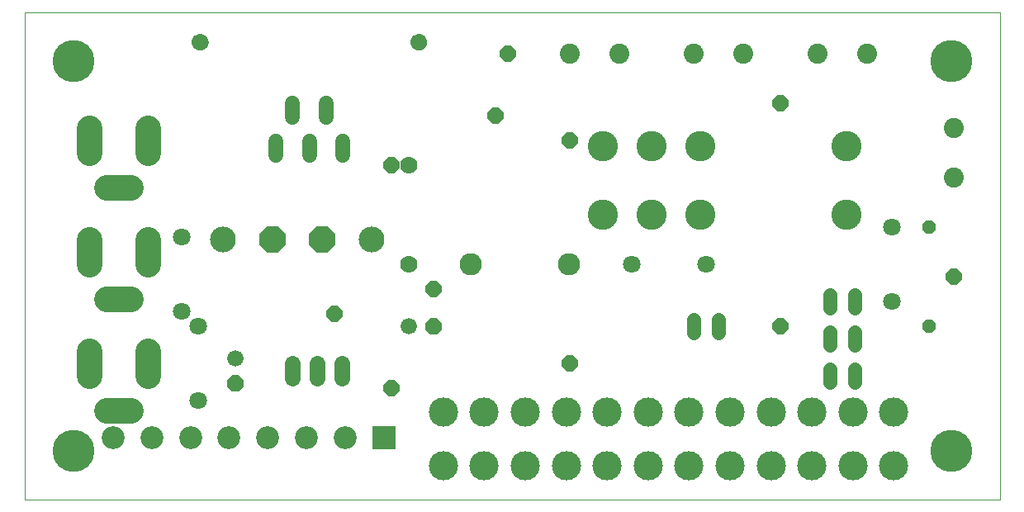
<source format=gbs>
G75*
G70*
%OFA0B0*%
%FSLAX24Y24*%
%IPPOS*%
%LPD*%
%AMOC8*
5,1,8,0,0,1.08239X$1,22.5*
%
%ADD10C,0.0000*%
%ADD11OC8,0.0660*%
%ADD12C,0.0660*%
%ADD13R,0.0926X0.0926*%
%ADD14C,0.0926*%
%ADD15C,0.1182*%
%ADD16OC8,0.0640*%
%ADD17C,0.0560*%
%ADD18C,0.0709*%
%ADD19OC8,0.0560*%
%ADD20C,0.1221*%
%ADD21C,0.0640*%
%ADD22C,0.0594*%
%ADD23C,0.0670*%
%ADD24C,0.0900*%
%ADD25C,0.0808*%
%ADD26C,0.1024*%
%ADD27C,0.1040*%
%ADD28OC8,0.1040*%
%ADD29C,0.0700*%
%ADD30C,0.1700*%
D10*
X000576Y008842D02*
X000576Y028527D01*
X039946Y028527D01*
X039946Y008842D01*
X000576Y008842D01*
X003978Y012255D02*
X004765Y012255D01*
X004791Y012257D01*
X004816Y012262D01*
X004840Y012270D01*
X004863Y012281D01*
X004885Y012296D01*
X004904Y012313D01*
X004921Y012332D01*
X004936Y012353D01*
X004947Y012377D01*
X004955Y012401D01*
X004960Y012426D01*
X004962Y012452D01*
X004960Y012478D01*
X004955Y012503D01*
X004947Y012527D01*
X004936Y012550D01*
X004921Y012572D01*
X004904Y012591D01*
X004885Y012608D01*
X004864Y012623D01*
X004840Y012634D01*
X004816Y012642D01*
X004791Y012647D01*
X004765Y012649D01*
X003978Y012649D01*
X003952Y012647D01*
X003927Y012642D01*
X003903Y012634D01*
X003879Y012623D01*
X003858Y012608D01*
X003839Y012591D01*
X003822Y012572D01*
X003807Y012551D01*
X003796Y012527D01*
X003788Y012503D01*
X003783Y012478D01*
X003781Y012452D01*
X003783Y012426D01*
X003788Y012401D01*
X003796Y012377D01*
X003807Y012354D01*
X003822Y012332D01*
X003839Y012313D01*
X003858Y012296D01*
X003879Y012281D01*
X003903Y012270D01*
X003927Y012262D01*
X003952Y012257D01*
X003978Y012255D01*
X005356Y013850D02*
X005356Y014834D01*
X005553Y015031D02*
X005579Y015029D01*
X005604Y015024D01*
X005628Y015016D01*
X005652Y015005D01*
X005673Y014990D01*
X005692Y014973D01*
X005709Y014954D01*
X005724Y014932D01*
X005735Y014909D01*
X005743Y014885D01*
X005748Y014860D01*
X005750Y014834D01*
X005750Y013850D01*
X005748Y013824D01*
X005743Y013799D01*
X005735Y013775D01*
X005724Y013751D01*
X005709Y013730D01*
X005692Y013711D01*
X005673Y013694D01*
X005651Y013679D01*
X005628Y013668D01*
X005604Y013660D01*
X005579Y013655D01*
X005553Y013653D01*
X005527Y013655D01*
X005502Y013660D01*
X005478Y013668D01*
X005454Y013679D01*
X005433Y013694D01*
X005414Y013711D01*
X005397Y013730D01*
X005382Y013752D01*
X005371Y013775D01*
X005363Y013799D01*
X005358Y013824D01*
X005356Y013850D01*
X005356Y014834D02*
X005358Y014860D01*
X005363Y014885D01*
X005371Y014909D01*
X005382Y014933D01*
X005397Y014954D01*
X005414Y014973D01*
X005433Y014990D01*
X005454Y015005D01*
X005478Y015016D01*
X005502Y015024D01*
X005527Y015029D01*
X005553Y015031D01*
X004765Y016755D02*
X003978Y016755D01*
X003781Y016952D02*
X003783Y016978D01*
X003788Y017003D01*
X003796Y017027D01*
X003807Y017051D01*
X003822Y017072D01*
X003839Y017091D01*
X003858Y017108D01*
X003879Y017123D01*
X003903Y017134D01*
X003927Y017142D01*
X003952Y017147D01*
X003978Y017149D01*
X004765Y017149D01*
X004962Y016952D02*
X004960Y016926D01*
X004955Y016901D01*
X004947Y016877D01*
X004936Y016853D01*
X004921Y016832D01*
X004904Y016813D01*
X004885Y016796D01*
X004863Y016781D01*
X004840Y016770D01*
X004816Y016762D01*
X004791Y016757D01*
X004765Y016755D01*
X004962Y016952D02*
X004960Y016978D01*
X004955Y017003D01*
X004947Y017027D01*
X004936Y017050D01*
X004921Y017072D01*
X004904Y017091D01*
X004885Y017108D01*
X004864Y017123D01*
X004840Y017134D01*
X004816Y017142D01*
X004791Y017147D01*
X004765Y017149D01*
X003978Y016755D02*
X003952Y016757D01*
X003927Y016762D01*
X003903Y016770D01*
X003879Y016781D01*
X003858Y016796D01*
X003839Y016813D01*
X003822Y016832D01*
X003807Y016854D01*
X003796Y016877D01*
X003788Y016901D01*
X003783Y016926D01*
X003781Y016952D01*
X003387Y018448D02*
X003387Y019236D01*
X003388Y019236D02*
X003386Y019262D01*
X003381Y019287D01*
X003373Y019311D01*
X003362Y019334D01*
X003347Y019356D01*
X003330Y019375D01*
X003311Y019392D01*
X003290Y019407D01*
X003266Y019418D01*
X003242Y019426D01*
X003217Y019431D01*
X003191Y019433D01*
X003165Y019431D01*
X003140Y019426D01*
X003116Y019418D01*
X003092Y019407D01*
X003071Y019392D01*
X003052Y019375D01*
X003035Y019356D01*
X003020Y019335D01*
X003009Y019311D01*
X003001Y019287D01*
X002996Y019262D01*
X002994Y019236D01*
X002994Y018448D01*
X003191Y018251D02*
X003217Y018253D01*
X003242Y018258D01*
X003266Y018266D01*
X003289Y018277D01*
X003311Y018292D01*
X003330Y018309D01*
X003347Y018328D01*
X003362Y018349D01*
X003373Y018373D01*
X003381Y018397D01*
X003386Y018422D01*
X003388Y018448D01*
X003191Y018251D02*
X003165Y018253D01*
X003140Y018258D01*
X003116Y018266D01*
X003092Y018277D01*
X003071Y018292D01*
X003052Y018309D01*
X003035Y018328D01*
X003020Y018350D01*
X003009Y018373D01*
X003001Y018397D01*
X002996Y018422D01*
X002994Y018448D01*
X005356Y018350D02*
X005356Y019334D01*
X005553Y019531D02*
X005579Y019529D01*
X005604Y019524D01*
X005628Y019516D01*
X005652Y019505D01*
X005673Y019490D01*
X005692Y019473D01*
X005709Y019454D01*
X005724Y019432D01*
X005735Y019409D01*
X005743Y019385D01*
X005748Y019360D01*
X005750Y019334D01*
X005750Y018350D01*
X005748Y018324D01*
X005743Y018299D01*
X005735Y018275D01*
X005724Y018251D01*
X005709Y018230D01*
X005692Y018211D01*
X005673Y018194D01*
X005651Y018179D01*
X005628Y018168D01*
X005604Y018160D01*
X005579Y018155D01*
X005553Y018153D01*
X005527Y018155D01*
X005502Y018160D01*
X005478Y018168D01*
X005454Y018179D01*
X005433Y018194D01*
X005414Y018211D01*
X005397Y018230D01*
X005382Y018252D01*
X005371Y018275D01*
X005363Y018299D01*
X005358Y018324D01*
X005356Y018350D01*
X005356Y019334D02*
X005358Y019360D01*
X005363Y019385D01*
X005371Y019409D01*
X005382Y019433D01*
X005397Y019454D01*
X005414Y019473D01*
X005433Y019490D01*
X005454Y019505D01*
X005478Y019516D01*
X005502Y019524D01*
X005527Y019529D01*
X005553Y019531D01*
X004765Y021255D02*
X003978Y021255D01*
X003781Y021452D02*
X003783Y021478D01*
X003788Y021503D01*
X003796Y021527D01*
X003807Y021551D01*
X003822Y021572D01*
X003839Y021591D01*
X003858Y021608D01*
X003879Y021623D01*
X003903Y021634D01*
X003927Y021642D01*
X003952Y021647D01*
X003978Y021649D01*
X004765Y021649D01*
X004962Y021452D02*
X004960Y021426D01*
X004955Y021401D01*
X004947Y021377D01*
X004936Y021353D01*
X004921Y021332D01*
X004904Y021313D01*
X004885Y021296D01*
X004863Y021281D01*
X004840Y021270D01*
X004816Y021262D01*
X004791Y021257D01*
X004765Y021255D01*
X004962Y021452D02*
X004960Y021478D01*
X004955Y021503D01*
X004947Y021527D01*
X004936Y021550D01*
X004921Y021572D01*
X004904Y021591D01*
X004885Y021608D01*
X004864Y021623D01*
X004840Y021634D01*
X004816Y021642D01*
X004791Y021647D01*
X004765Y021649D01*
X003978Y021255D02*
X003952Y021257D01*
X003927Y021262D01*
X003903Y021270D01*
X003879Y021281D01*
X003858Y021296D01*
X003839Y021313D01*
X003822Y021332D01*
X003807Y021354D01*
X003796Y021377D01*
X003788Y021401D01*
X003783Y021426D01*
X003781Y021452D01*
X003387Y022948D02*
X003387Y023736D01*
X003388Y023736D02*
X003386Y023762D01*
X003381Y023787D01*
X003373Y023811D01*
X003362Y023834D01*
X003347Y023856D01*
X003330Y023875D01*
X003311Y023892D01*
X003290Y023907D01*
X003266Y023918D01*
X003242Y023926D01*
X003217Y023931D01*
X003191Y023933D01*
X003165Y023931D01*
X003140Y023926D01*
X003116Y023918D01*
X003092Y023907D01*
X003071Y023892D01*
X003052Y023875D01*
X003035Y023856D01*
X003020Y023835D01*
X003009Y023811D01*
X003001Y023787D01*
X002996Y023762D01*
X002994Y023736D01*
X002994Y022948D01*
X003191Y022751D02*
X003217Y022753D01*
X003242Y022758D01*
X003266Y022766D01*
X003289Y022777D01*
X003311Y022792D01*
X003330Y022809D01*
X003347Y022828D01*
X003362Y022849D01*
X003373Y022873D01*
X003381Y022897D01*
X003386Y022922D01*
X003388Y022948D01*
X003191Y022751D02*
X003165Y022753D01*
X003140Y022758D01*
X003116Y022766D01*
X003092Y022777D01*
X003071Y022792D01*
X003052Y022809D01*
X003035Y022828D01*
X003020Y022850D01*
X003009Y022873D01*
X003001Y022897D01*
X002996Y022922D01*
X002994Y022948D01*
X005356Y022850D02*
X005356Y023834D01*
X005553Y024031D02*
X005579Y024029D01*
X005604Y024024D01*
X005628Y024016D01*
X005652Y024005D01*
X005673Y023990D01*
X005692Y023973D01*
X005709Y023954D01*
X005724Y023932D01*
X005735Y023909D01*
X005743Y023885D01*
X005748Y023860D01*
X005750Y023834D01*
X005750Y022850D01*
X005748Y022824D01*
X005743Y022799D01*
X005735Y022775D01*
X005724Y022751D01*
X005709Y022730D01*
X005692Y022711D01*
X005673Y022694D01*
X005651Y022679D01*
X005628Y022668D01*
X005604Y022660D01*
X005579Y022655D01*
X005553Y022653D01*
X005527Y022655D01*
X005502Y022660D01*
X005478Y022668D01*
X005454Y022679D01*
X005433Y022694D01*
X005414Y022711D01*
X005397Y022730D01*
X005382Y022752D01*
X005371Y022775D01*
X005363Y022799D01*
X005358Y022824D01*
X005356Y022850D01*
X005356Y023834D02*
X005358Y023860D01*
X005363Y023885D01*
X005371Y023909D01*
X005382Y023933D01*
X005397Y023954D01*
X005414Y023973D01*
X005433Y023990D01*
X005454Y024005D01*
X005478Y024016D01*
X005502Y024024D01*
X005527Y024029D01*
X005553Y024031D01*
X007352Y027326D02*
X007354Y027361D01*
X007360Y027396D01*
X007370Y027430D01*
X007383Y027463D01*
X007400Y027494D01*
X007421Y027522D01*
X007444Y027549D01*
X007471Y027572D01*
X007499Y027593D01*
X007530Y027610D01*
X007563Y027623D01*
X007597Y027633D01*
X007632Y027639D01*
X007667Y027641D01*
X007702Y027639D01*
X007737Y027633D01*
X007771Y027623D01*
X007804Y027610D01*
X007835Y027593D01*
X007863Y027572D01*
X007890Y027549D01*
X007913Y027522D01*
X007934Y027494D01*
X007951Y027463D01*
X007964Y027430D01*
X007974Y027396D01*
X007980Y027361D01*
X007982Y027326D01*
X007980Y027291D01*
X007974Y027256D01*
X007964Y027222D01*
X007951Y027189D01*
X007934Y027158D01*
X007913Y027130D01*
X007890Y027103D01*
X007863Y027080D01*
X007835Y027059D01*
X007804Y027042D01*
X007771Y027029D01*
X007737Y027019D01*
X007702Y027013D01*
X007667Y027011D01*
X007632Y027013D01*
X007597Y027019D01*
X007563Y027029D01*
X007530Y027042D01*
X007499Y027059D01*
X007471Y027080D01*
X007444Y027103D01*
X007421Y027130D01*
X007400Y027158D01*
X007383Y027189D01*
X007370Y027222D01*
X007360Y027256D01*
X007354Y027291D01*
X007352Y027326D01*
X016171Y027326D02*
X016173Y027361D01*
X016179Y027396D01*
X016189Y027430D01*
X016202Y027463D01*
X016219Y027494D01*
X016240Y027522D01*
X016263Y027549D01*
X016290Y027572D01*
X016318Y027593D01*
X016349Y027610D01*
X016382Y027623D01*
X016416Y027633D01*
X016451Y027639D01*
X016486Y027641D01*
X016521Y027639D01*
X016556Y027633D01*
X016590Y027623D01*
X016623Y027610D01*
X016654Y027593D01*
X016682Y027572D01*
X016709Y027549D01*
X016732Y027522D01*
X016753Y027494D01*
X016770Y027463D01*
X016783Y027430D01*
X016793Y027396D01*
X016799Y027361D01*
X016801Y027326D01*
X016799Y027291D01*
X016793Y027256D01*
X016783Y027222D01*
X016770Y027189D01*
X016753Y027158D01*
X016732Y027130D01*
X016709Y027103D01*
X016682Y027080D01*
X016654Y027059D01*
X016623Y027042D01*
X016590Y027029D01*
X016556Y027019D01*
X016521Y027013D01*
X016486Y027011D01*
X016451Y027013D01*
X016416Y027019D01*
X016382Y027029D01*
X016349Y027042D01*
X016318Y027059D01*
X016290Y027080D01*
X016263Y027103D01*
X016240Y027130D01*
X016219Y027158D01*
X016202Y027189D01*
X016189Y027222D01*
X016179Y027256D01*
X016173Y027291D01*
X016171Y027326D01*
X003387Y014736D02*
X003387Y013948D01*
X003388Y013948D02*
X003386Y013922D01*
X003381Y013897D01*
X003373Y013873D01*
X003362Y013849D01*
X003347Y013828D01*
X003330Y013809D01*
X003311Y013792D01*
X003289Y013777D01*
X003266Y013766D01*
X003242Y013758D01*
X003217Y013753D01*
X003191Y013751D01*
X003165Y013753D01*
X003140Y013758D01*
X003116Y013766D01*
X003092Y013777D01*
X003071Y013792D01*
X003052Y013809D01*
X003035Y013828D01*
X003020Y013850D01*
X003009Y013873D01*
X003001Y013897D01*
X002996Y013922D01*
X002994Y013948D01*
X002994Y014736D01*
X003191Y014933D02*
X003217Y014931D01*
X003242Y014926D01*
X003266Y014918D01*
X003290Y014907D01*
X003311Y014892D01*
X003330Y014875D01*
X003347Y014856D01*
X003362Y014834D01*
X003373Y014811D01*
X003381Y014787D01*
X003386Y014762D01*
X003388Y014736D01*
X003191Y014933D02*
X003165Y014931D01*
X003140Y014926D01*
X003116Y014918D01*
X003092Y014907D01*
X003071Y014892D01*
X003052Y014875D01*
X003035Y014856D01*
X003020Y014835D01*
X003009Y014811D01*
X003001Y014787D01*
X002996Y014762D01*
X002994Y014736D01*
D11*
X009076Y013542D03*
X017076Y015842D03*
D12*
X016076Y015842D03*
X009076Y014542D03*
D13*
X015076Y011342D03*
D14*
X013517Y011342D03*
X011958Y011342D03*
X010399Y011342D03*
X008840Y011342D03*
X007281Y011342D03*
X005722Y011342D03*
X004163Y011342D03*
D15*
X017482Y012381D03*
X019135Y012381D03*
X020789Y012381D03*
X022443Y012381D03*
X024096Y012381D03*
X025750Y012381D03*
X027403Y012381D03*
X029057Y012381D03*
X030710Y012381D03*
X032364Y012381D03*
X034017Y012381D03*
X035671Y012381D03*
X035671Y010216D03*
X034017Y010216D03*
X032364Y010216D03*
X030710Y010216D03*
X029057Y010216D03*
X027403Y010216D03*
X025750Y010216D03*
X024096Y010216D03*
X022443Y010216D03*
X020789Y010216D03*
X019135Y010216D03*
X017482Y010216D03*
D16*
X015376Y013342D03*
X013076Y016342D03*
X017076Y017342D03*
X022576Y014342D03*
X031076Y015842D03*
X038076Y017842D03*
X031076Y024842D03*
X022576Y023342D03*
X019576Y024342D03*
X020076Y026842D03*
X015376Y022342D03*
D17*
X027576Y016102D02*
X027576Y015582D01*
X028576Y015582D02*
X028576Y016102D01*
X033076Y016582D02*
X033076Y017102D01*
X034076Y017102D02*
X034076Y016582D01*
X034076Y015602D02*
X034076Y015082D01*
X033076Y015082D02*
X033076Y015602D01*
X033076Y014102D02*
X033076Y013582D01*
X034076Y013582D02*
X034076Y014102D01*
D18*
X035576Y016842D03*
X035576Y019842D03*
X028076Y018342D03*
X025076Y018342D03*
X007576Y015842D03*
X006926Y016442D03*
X006926Y019442D03*
X007576Y012842D03*
D19*
X037076Y015842D03*
X037076Y019842D03*
D20*
X033761Y020366D03*
X033761Y023121D03*
X027856Y023121D03*
X025887Y023121D03*
X023919Y023121D03*
X023919Y020366D03*
X025887Y020366D03*
X027856Y020366D03*
D21*
X013376Y014342D02*
X013376Y013742D01*
X012376Y013742D02*
X012376Y014342D01*
X011376Y014342D02*
X011376Y013742D01*
D22*
X010738Y022758D02*
X010738Y023312D01*
X011407Y024293D02*
X011407Y024847D01*
X012746Y024847D02*
X012746Y024293D01*
X013415Y023312D02*
X013415Y022758D01*
X012076Y022758D02*
X012076Y023312D01*
D23*
X007667Y027326D03*
X016486Y027326D03*
D24*
X018608Y018342D03*
X022545Y018342D03*
D25*
X022576Y026842D03*
X024576Y026842D03*
X027576Y026842D03*
X029576Y026842D03*
X032576Y026842D03*
X034576Y026842D03*
X038076Y023842D03*
X038076Y021842D03*
D26*
X005553Y022850D02*
X005553Y023834D01*
X003191Y023834D02*
X003191Y022850D01*
X003880Y021452D02*
X004864Y021452D01*
X005553Y019334D02*
X005553Y018350D01*
X004864Y016952D02*
X003880Y016952D01*
X003191Y018350D02*
X003191Y019334D01*
X003191Y014834D02*
X003191Y013850D01*
X003880Y012452D02*
X004864Y012452D01*
X005553Y013850D02*
X005553Y014834D01*
D27*
X008576Y019342D03*
X014576Y019342D03*
D28*
X012576Y019342D03*
X010576Y019342D03*
D29*
X016076Y018342D03*
X016076Y022342D03*
D30*
X002545Y026559D03*
X002545Y010810D03*
X037978Y010810D03*
X037978Y026559D03*
M02*

</source>
